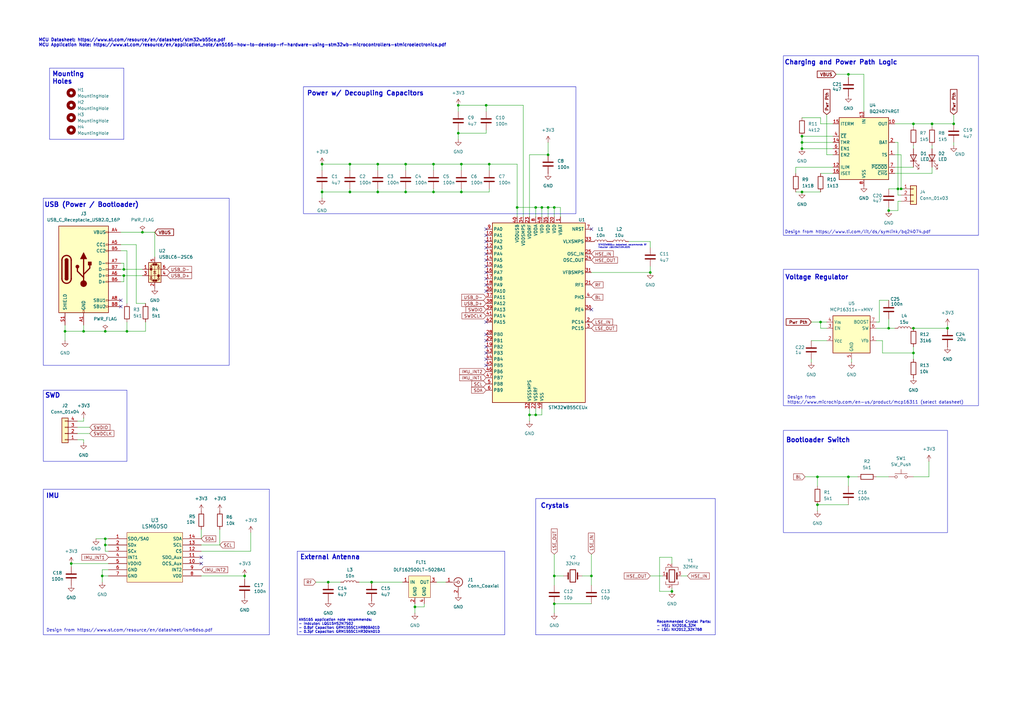
<source format=kicad_sch>
(kicad_sch (version 20231120) (generator "eeschema") (generator_version "8.0")
  (paper "A3")
  (title_block (title "STM32 Basic Breakout w/ RF") (date "2024-11-05") (rev "V0") (company "SL"))
  (junction (at 58.42 95.25))
  (junction (at 227.33 85.09))
  (junction (at 200.66 67.31))
  (junction (at 41.91 236.22))
  (junction (at 347.98 195.58))
  (junction (at 143.51 78.74))
  (junction (at 43.18 135.89))
  (junction (at 43.18 223.52))
  (junction (at 382.27 50.8))
  (junction (at 217.17 170.18))
  (junction (at 275.59 242.57))
  (junction (at 364.49 86.36))
  (junction (at 364.49 134.62))
  (junction (at 152.4 238.76))
  (junction (at 177.8 78.74))
  (junction (at 189.23 78.74))
  (junction (at 34.29 135.89))
  (junction (at 26.67 135.89))
  (junction (at 227.33 236.22))
  (junction (at 187.96 43.18))
  (junction (at 154.94 67.31))
  (junction (at 347.98 30.48))
  (junction (at 336.55 132.08))
  (junction (at 374.65 50.8))
  (junction (at 166.37 78.74))
  (junction (at 50.8 110.49))
  (junction (at 224.79 63.5))
  (junction (at 143.51 67.31))
  (junction (at 50.8 113.03))
  (junction (at 328.93 58.42))
  (junction (at 335.28 195.58))
  (junction (at 369.57 77.47))
  (junction (at 212.09 85.09))
  (junction (at 189.23 67.31))
  (junction (at 328.93 55.88))
  (junction (at 374.65 134.62))
  (junction (at 166.37 67.31))
  (junction (at 219.71 85.09))
  (junction (at 177.8 67.31))
  (junction (at 29.21 231.14))
  (junction (at 374.65 144.78))
  (junction (at 132.08 67.31))
  (junction (at 328.93 60.96))
  (junction (at 199.39 43.18))
  (junction (at 224.79 85.09))
  (junction (at 227.33 247.65))
  (junction (at 134.62 238.76))
  (junction (at 328.93 78.74))
  (junction (at 335.28 207.01))
  (junction (at 52.07 135.89))
  (junction (at 222.25 85.09))
  (junction (at 242.57 236.22))
  (junction (at 368.3 77.47))
  (junction (at 132.08 78.74))
  (junction (at 391.16 50.8))
  (junction (at 187.96 54.61))
  (junction (at 266.7 111.76))
  (junction (at 100.33 236.22))
  (junction (at 170.18 248.92))
  (junction (at 388.62 134.62))
  (junction (at 219.71 170.18))
  (junction (at 154.94 78.74))
  (junction (at 43.18 220.98))
  (no_connect (at 199.39 101.6))
  (no_connect (at 242.57 127))
  (no_connect (at 199.39 116.84))
  (no_connect (at 199.39 99.06))
  (no_connect (at 199.39 104.14))
  (no_connect (at 199.39 142.24))
  (no_connect (at 199.39 149.86))
  (no_connect (at 82.55 231.14))
  (no_connect (at 199.39 111.76))
  (no_connect (at 199.39 139.7))
  (no_connect (at 49.53 123.19))
  (no_connect (at 199.39 147.32))
  (no_connect (at 199.39 114.3))
  (no_connect (at 199.39 119.38))
  (no_connect (at 199.39 109.22))
  (no_connect (at 199.39 144.78))
  (no_connect (at 199.39 93.98))
  (no_connect (at 199.39 132.08))
  (no_connect (at 199.39 96.52))
  (no_connect (at 242.57 93.98))
  (no_connect (at 49.53 125.73))
  (no_connect (at 199.39 106.68))
  (no_connect (at 199.39 137.16))
  (no_connect (at 82.55 228.6))
  (wire (pts (xy 143.51 78.74) (xy 154.94 78.74)))
  (wire (pts (xy 82.55 226.06) (xy 102.87 226.06)))
  (wire (pts (xy 374.65 50.8) (xy 374.65 52.07)))
  (wire (pts (xy 63.5 95.25) (xy 63.5 105.41)))
  (wire (pts (xy 52.07 102.87) (xy 52.07 124.46)))
  (wire (pts (xy 152.4 238.76) (xy 165.1 238.76)))
  (wire (pts (xy 49.53 115.57) (xy 50.8 115.57)))
  (wire (pts (xy 177.8 67.31) (xy 189.23 67.31)))
  (wire (pts (xy 391.16 58.42) (xy 391.16 59.69)))
  (wire (pts (xy 50.8 110.49) (xy 58.42 110.49)))
  (wire (pts (xy 242.57 236.22) (xy 242.57 240.03)))
  (wire (pts (xy 359.41 139.7) (xy 361.95 139.7)))
  (wire (pts (xy 342.9 30.48) (xy 347.98 30.48)))
  (wire (pts (xy 44.45 226.06) (xy 43.18 226.06)))
  (wire (pts (xy 374.65 142.24) (xy 374.65 144.78)))
  (wire (pts (xy 328.93 58.42) (xy 328.93 60.96)))
  (wire (pts (xy 189.23 67.31) (xy 200.66 67.31)))
  (wire (pts (xy 328.93 60.96) (xy 341.63 60.96)))
  (wire (pts (xy 44.45 236.22) (xy 41.91 236.22)))
  (wire (pts (xy 270.51 228.6) (xy 270.51 242.57)))
  (wire (pts (xy 50.8 113.03) (xy 58.42 113.03)))
  (wire (pts (xy 187.96 53.34) (xy 187.96 54.61)))
  (wire (pts (xy 170.18 247.65) (xy 170.18 248.92)))
  (wire (pts (xy 100.33 236.22) (xy 100.33 237.49)))
  (wire (pts (xy 332.74 132.08) (xy 336.55 132.08)))
  (wire (pts (xy 199.39 43.18) (xy 214.63 43.18)))
  (wire (pts (xy 364.49 85.09) (xy 364.49 86.36)))
  (wire (pts (xy 217.17 88.9) (xy 217.17 63.5)))
  (wire (pts (xy 26.67 135.89) (xy 26.67 139.7)))
  (wire (pts (xy 49.53 113.03) (xy 50.8 113.03)))
  (wire (pts (xy 367.03 50.8) (xy 374.65 50.8)))
  (wire (pts (xy 368.3 58.42) (xy 368.3 77.47)))
  (wire (pts (xy 49.53 95.25) (xy 58.42 95.25)))
  (wire (pts (xy 222.25 85.09) (xy 222.25 88.9)))
  (wire (pts (xy 222.25 167.64) (xy 222.25 170.18)))
  (wire (pts (xy 26.67 133.35) (xy 26.67 135.89)))
  (wire (pts (xy 339.09 134.62) (xy 336.55 134.62)))
  (wire (pts (xy 347.98 30.48) (xy 347.98 31.75)))
  (wire (pts (xy 154.94 78.74) (xy 166.37 78.74)))
  (wire (pts (xy 59.69 135.89) (xy 59.69 132.08)))
  (wire (pts (xy 189.23 67.31) (xy 189.23 69.85)))
  (wire (pts (xy 335.28 195.58) (xy 347.98 195.58)))
  (wire (pts (xy 189.23 78.74) (xy 200.66 78.74)))
  (wire (pts (xy 266.7 101.6) (xy 266.7 99.06)))
  (wire (pts (xy 187.96 43.18) (xy 199.39 43.18)))
  (wire (pts (xy 58.42 95.25) (xy 63.5 95.25)))
  (wire (pts (xy 212.09 85.09) (xy 219.71 85.09)))
  (wire (pts (xy 143.51 67.31) (xy 154.94 67.31)))
  (wire (pts (xy 382.27 71.12) (xy 382.27 68.58)))
  (wire (pts (xy 50.8 115.57) (xy 50.8 113.03)))
  (wire (pts (xy 341.63 63.5) (xy 339.09 63.5)))
  (wire (pts (xy 166.37 77.47) (xy 166.37 78.74)))
  (wire (pts (xy 200.66 67.31) (xy 212.09 67.31)))
  (wire (pts (xy 132.08 78.74) (xy 132.08 81.28)))
  (wire (pts (xy 199.39 43.18) (xy 199.39 45.72)))
  (wire (pts (xy 326.39 68.58) (xy 341.63 68.58)))
  (wire (pts (xy 368.3 86.36) (xy 364.49 86.36)))
  (wire (pts (xy 339.09 46.99) (xy 339.09 63.5)))
  (wire (pts (xy 187.96 45.72) (xy 187.96 43.18)))
  (wire (pts (xy 374.65 134.62) (xy 388.62 134.62)))
  (wire (pts (xy 242.57 111.76) (xy 266.7 111.76)))
  (wire (pts (xy 227.33 85.09) (xy 224.79 85.09)))
  (wire (pts (xy 374.65 144.78) (xy 374.65 147.32)))
  (wire (pts (xy 238.76 236.22) (xy 242.57 236.22)))
  (wire (pts (xy 34.29 135.89) (xy 34.29 133.35)))
  (wire (pts (xy 374.65 195.58) (xy 381 195.58)))
  (wire (pts (xy 31.75 180.34) (xy 34.29 180.34)))
  (wire (pts (xy 132.08 78.74) (xy 143.51 78.74)))
  (wire (pts (xy 154.94 77.47) (xy 154.94 78.74)))
  (wire (pts (xy 335.28 209.55) (xy 335.28 207.01)))
  (wire (pts (xy 49.53 100.33) (xy 55.88 100.33)))
  (wire (pts (xy 227.33 85.09) (xy 227.33 88.9)))
  (wire (pts (xy 189.23 77.47) (xy 189.23 78.74)))
  (wire (pts (xy 177.8 67.31) (xy 177.8 69.85)))
  (wire (pts (xy 361.95 139.7) (xy 361.95 144.78)))
  (wire (pts (xy 368.3 80.01) (xy 369.57 80.01)))
  (wire (pts (xy 328.93 78.74) (xy 336.55 78.74)))
  (wire (pts (xy 224.79 85.09) (xy 222.25 85.09)))
  (wire (pts (xy 332.74 147.32) (xy 332.74 148.59)))
  (wire (pts (xy 154.94 67.31) (xy 154.94 69.85)))
  (wire (pts (xy 364.49 130.81) (xy 364.49 134.62)))
  (wire (pts (xy 360.68 123.19) (xy 360.68 132.08)))
  (wire (pts (xy 360.68 123.19) (xy 364.49 123.19)))
  (wire (pts (xy 200.66 78.74) (xy 200.66 77.47)))
  (wire (pts (xy 341.63 55.88) (xy 328.93 55.88)))
  (wire (pts (xy 134.62 238.76) (xy 139.7 238.76)))
  (wire (pts (xy 154.94 67.31) (xy 166.37 67.31)))
  (wire (pts (xy 43.18 223.52) (xy 43.18 220.98)))
  (wire (pts (xy 275.59 228.6) (xy 270.51 228.6)))
  (wire (pts (xy 361.95 144.78) (xy 374.65 144.78)))
  (wire (pts (xy 166.37 67.31) (xy 166.37 69.85)))
  (wire (pts (xy 326.39 78.74) (xy 328.93 78.74)))
  (wire (pts (xy 335.28 207.01) (xy 347.98 207.01)))
  (wire (pts (xy 166.37 67.31) (xy 177.8 67.31)))
  (wire (pts (xy 229.87 88.9) (xy 229.87 85.09)))
  (wire (pts (xy 49.53 107.95) (xy 50.8 107.95)))
  (wire (pts (xy 132.08 67.31) (xy 143.51 67.31)))
  (wire (pts (xy 143.51 67.31) (xy 143.51 69.85)))
  (wire (pts (xy 166.37 78.74) (xy 177.8 78.74)))
  (wire (pts (xy 217.17 167.64) (xy 217.17 170.18)))
  (wire (pts (xy 179.07 238.76) (xy 182.88 238.76)))
  (wire (pts (xy 34.29 135.89) (xy 43.18 135.89)))
  (wire (pts (xy 52.07 132.08) (xy 52.07 135.89)))
  (wire (pts (xy 222.25 85.09) (xy 219.71 85.09)))
  (wire (pts (xy 347.98 195.58) (xy 347.98 199.39)))
  (wire (pts (xy 219.71 167.64) (xy 219.71 170.18)))
  (wire (pts (xy 29.21 231.14) (xy 29.21 232.41)))
  (wire (pts (xy 349.25 147.32) (xy 349.25 148.59)))
  (wire (pts (xy 217.17 170.18) (xy 219.71 170.18)))
  (wire (pts (xy 82.55 236.22) (xy 100.33 236.22)))
  (wire (pts (xy 227.33 236.22) (xy 231.14 236.22)))
  (wire (pts (xy 200.66 67.31) (xy 200.66 69.85)))
  (wire (pts (xy 229.87 85.09) (xy 227.33 85.09)))
  (wire (pts (xy 29.21 231.14) (xy 44.45 231.14)))
  (wire (pts (xy 336.55 134.62) (xy 336.55 132.08)))
  (wire (pts (xy 82.55 217.17) (xy 82.55 220.98)))
  (wire (pts (xy 44.45 233.68) (xy 41.91 233.68)))
  (wire (pts (xy 43.18 226.06) (xy 43.18 223.52)))
  (wire (pts (xy 212.09 88.9) (xy 212.09 85.09)))
  (wire (pts (xy 364.49 77.47) (xy 368.3 77.47)))
  (wire (pts (xy 382.27 50.8) (xy 382.27 52.07)))
  (wire (pts (xy 44.45 223.52) (xy 43.18 223.52)))
  (wire (pts (xy 369.57 63.5) (xy 369.57 77.47)))
  (wire (pts (xy 39.37 220.98) (xy 43.18 220.98)))
  (wire (pts (xy 368.3 82.55) (xy 368.3 86.36)))
  (wire (pts (xy 354.33 45.72) (xy 354.33 30.48)))
  (wire (pts (xy 214.63 43.18) (xy 214.63 88.9)))
  (wire (pts (xy 43.18 135.89) (xy 52.07 135.89)))
  (wire (pts (xy 367.03 71.12) (xy 382.27 71.12)))
  (wire (pts (xy 328.93 48.26) (xy 336.55 48.26)))
  (wire (pts (xy 147.32 238.76) (xy 152.4 238.76)))
  (wire (pts (xy 330.2 195.58) (xy 335.28 195.58)))
  (wire (pts (xy 227.33 247.65) (xy 242.57 247.65)))
  (wire (pts (xy 281.94 236.22) (xy 279.4 236.22)))
  (wire (pts (xy 212.09 67.31) (xy 212.09 85.09)))
  (wire (pts (xy 368.3 82.55) (xy 369.57 82.55)))
  (wire (pts (xy 55.88 100.33) (xy 55.88 124.46)))
  (wire (pts (xy 224.79 58.42) (xy 224.79 63.5)))
  (wire (pts (xy 173.99 247.65) (xy 173.99 248.92)))
  (wire (pts (xy 270.51 242.57) (xy 275.59 242.57)))
  (wire (pts (xy 382.27 50.8) (xy 391.16 50.8)))
  (wire (pts (xy 219.71 85.09) (xy 219.71 88.9)))
  (wire (pts (xy 347.98 195.58) (xy 351.79 195.58)))
  (wire (pts (xy 227.33 236.22) (xy 227.33 240.03)))
  (wire (pts (xy 391.16 46.99) (xy 391.16 50.8)))
  (wire (pts (xy 219.71 170.18) (xy 222.25 170.18)))
  (wire (pts (xy 102.87 226.06) (xy 102.87 218.44)))
  (wire (pts (xy 370.84 77.47) (xy 369.57 77.47)))
  (wire (pts (xy 388.62 134.62) (xy 388.62 133.35)))
  (wire (pts (xy 374.65 59.69) (xy 374.65 60.96)))
  (wire (pts (xy 49.53 102.87) (xy 52.07 102.87)))
  (wire (pts (xy 266.7 236.22) (xy 271.78 236.22)))
  (wire (pts (xy 55.88 124.46) (xy 59.69 124.46)))
  (wire (pts (xy 82.55 223.52) (xy 90.17 223.52)))
  (wire (pts (xy 41.91 233.68) (xy 41.91 236.22)))
  (wire (pts (xy 368.3 77.47) (xy 368.3 80.01)))
  (wire (pts (xy 132.08 77.47) (xy 132.08 78.74)))
  (wire (pts (xy 34.29 180.34) (xy 34.29 181.61)))
  (wire (pts (xy 367.03 58.42) (xy 368.3 58.42)))
  (wire (pts (xy 187.96 54.61) (xy 187.96 57.15)))
  (wire (pts (xy 217.17 63.5) (xy 224.79 63.5)))
  (wire (pts (xy 199.39 53.34) (xy 199.39 54.61)))
  (wire (pts (xy 275.59 231.14) (xy 275.59 228.6)))
  (wire (pts (xy 31.75 177.8) (xy 36.83 177.8)))
  (wire (pts (xy 177.8 78.74) (xy 189.23 78.74)))
  (wire (pts (xy 52.07 135.89) (xy 59.69 135.89)))
  (wire (pts (xy 132.08 69.85) (xy 132.08 67.31)))
  (wire (pts (xy 336.55 71.12) (xy 341.63 71.12)))
  (wire (pts (xy 227.33 227.33) (xy 227.33 236.22)))
  (wire (pts (xy 43.18 220.98) (xy 44.45 220.98)))
  (wire (pts (xy 332.74 139.7) (xy 339.09 139.7)))
  (wire (pts (xy 257.81 99.06) (xy 266.7 99.06)))
  (wire (pts (xy 41.91 236.22) (xy 41.91 238.76)))
  (wire (pts (xy 90.17 223.52) (xy 90.17 217.17)))
  (wire (pts (xy 367.03 134.62) (xy 364.49 134.62)))
  (wire (pts (xy 187.96 54.61) (xy 199.39 54.61)))
  (wire (pts (xy 224.79 85.09) (xy 224.79 88.9)))
  (wire (pts (xy 173.99 248.92) (xy 170.18 248.92)))
  (wire (pts (xy 381 195.58) (xy 381 189.23)))
  (wire (pts (xy 170.18 248.92) (xy 170.18 251.46)))
  (wire (pts (xy 336.55 50.8) (xy 341.63 50.8)))
  (wire (pts (xy 31.75 172.72) (xy 34.29 172.72)))
  (wire (pts (xy 374.65 50.8) (xy 382.27 50.8)))
  (wire (pts (xy 382.27 59.69) (xy 382.27 60.96)))
  (wire (pts (xy 335.28 195.58) (xy 335.28 199.39)))
  (wire (pts (xy 336.55 132.08) (xy 339.09 132.08)))
  (wire (pts (xy 217.17 170.18) (xy 217.17 172.72)))
  (wire (pts (xy 275.59 241.3) (xy 275.59 242.57)))
  (wire (pts (xy 369.57 63.5) (xy 367.03 63.5)))
  (wire (pts (xy 26.67 135.89) (xy 34.29 135.89)))
  (wire (pts (xy 177.8 77.47) (xy 177.8 78.74)))
  (wire (pts (xy 227.33 247.65) (xy 227.33 251.46)))
  (wire (pts (xy 49.53 110.49) (xy 50.8 110.49)))
  (wire (pts (xy 266.7 109.22) (xy 266.7 111.76)))
  (wire (pts (xy 326.39 71.12) (xy 326.39 68.58)))
  (wire (pts (xy 143.51 77.47) (xy 143.51 78.74)))
  (wire (pts (xy 336.55 48.26) (xy 336.55 50.8)))
  (wire (pts (xy 242.57 227.33) (xy 242.57 236.22)))
  (wire (pts (xy 134.62 238.76) (xy 129.54 238.76)))
  (wire (pts (xy 341.63 58.42) (xy 328.93 58.42)))
  (wire (pts (xy 34.29 172.72) (xy 34.29 171.45)))
  (wire (pts (xy 360.68 132.08) (xy 359.41 132.08)))
  (wire (pts (xy 359.41 134.62) (xy 364.49 134.62)))
  (wire (pts (xy 328.93 55.88) (xy 328.93 58.42)))
  (wire (pts (xy 359.41 195.58) (xy 364.49 195.58)))
  (wire (pts (xy 31.75 175.26) (xy 36.83 175.26)))
  (wire (pts (xy 50.8 107.95) (xy 50.8 110.49)))
  (wire (pts (xy 367.03 68.58) (xy 374.65 68.58)))
  (wire (pts (xy 354.33 30.48) (xy 347.98 30.48)))
  (rectangle (start 341.63 184.15) (end 341.63 184.15))
  (rectangle (start 17.78 200.66) (end 110.49 260.35))
  (rectangle (start 121.92 226.06) (end 207.01 260.35))
  (rectangle (start 321.31 22.86) (end 401.32 96.52))
  (rectangle (start 124.46 35.56) (end 236.22 87.63))
  (rectangle (start 17.78 160.02) (end 52.07 189.23))
  (rectangle (start 17.78 81.28) (end 93.98 149.86))
  (rectangle (start 321.31 110.49) (end 401.32 166.37))
  (rectangle (start 20.32 27.94) (end 50.8 57.15))
  (rectangle (start 321.31 176.53) (end 388.62 218.44))
  (rectangle (start 219.71 204.47) (end 293.37 260.35))
  (text "Design from \nhttps://www.microchip.com/en-us/product/mcp16311 (select datasheet)" (at 322.834 164.084 0) (effects (font (size 1.27 1.27)) (justify left)))
  (text "Charging and Power Path Logic" (at 344.932 25.654 0) (effects (font (size 1.905 1.905) (bold yes))))
  (text "SWD" (at 21.59 162.306 0) (effects (font (size 1.905 1.905) (thickness 0.381) (bold yes))))
  (text "IMU" (at 21.59 203.454 0) (effects (font (size 1.905 1.905) (thickness 0.381) (bold yes))))
  (text "USB (Power / Bootloader)" (at 37.592 84.074 0) (effects (font (size 1.905 1.905) (thickness 0.381) (bold yes))))
  (text "Design from https://www.st.com/resource/en/datasheet/lsm6dso.pdf" (at 53.086 258.572 0) (effects (font (size 1.27 1.27))))
  (text "Mounting \nHoles" (at 21.336 32.004 0) (effects (font (size 1.905 1.905) (thickness 0.381) (bold yes)) (justify left)))
  (text "MCU Datasheet: https://www.st.com/resource/en/datasheet/stm32wb55ce.pdf\nMCU Application Note: https://www.st.com/resource/en/application_note/an5165-how-to-develop-rf-hardware-using-stm32wb-microcontrollers-stmicroelectronics.pdf\n" (at 15.748 17.526 0) (effects (font (size 1.27 1.27) (bold yes)) (justify left)))
  (text "Bootloader Switch" (at 335.534 180.594 0) (effects (font (size 1.905 1.905) (bold yes))))
  (text "Power w/ Decoupling Capacitors" (at 149.86 38.354 0) (effects (font (size 1.905 1.905) (thickness 0.381) (bold yes))))
  (text "Design from https://www.ti.com/lit/ds/symlink/bq24074.pdf" (at 351.79 95.25 0) (effects (font (size 1.27 1.27))))
  (text "STM32WB55xx datasheet recommends RF \ninductor LQG15WZ10NJ02D" (at 245.364 101.092 0) (effects (font (size 0.635 0.635) (bold yes)) (justify left)))
  (text "Voltage Regulator" (at 335.026 113.792 0) (effects (font (size 1.905 1.905) (bold yes))))
  (text "Recommended Crystal Parts:\n- HSE: NX2016_32M\n- LSE: NX2012_32K768" (at 269.24 256.794 0) (effects (font (size 1.016 1.016) (bold yes)) (justify left)))
  (text "External Antenna\n" (at 135.382 228.6 0) (effects (font (size 1.905 1.905) (bold yes))))
  (text "Crystals" (at 227.584 207.518 0) (effects (font (size 1.905 1.905) (bold yes))))
  (text "AN5165 application note recommends:\n- Indcutor: LQG15HS2N7S02\n- 0.8pf Capacitor: GRM1555C1HR80BA01D\n- 0.3pf Capacitor: GRM1555C1HR30WA01D" (at 122.428 256.794 0) (effects (font (size 1.016 1.016) (bold yes)) (justify left)))
  (global_label "LSE_IN" (shape input) (at 242.57 227.33 90) (property "Intersheetrefs" "${INTERSHEET_REFS}" (effects (hide yes))))
  (global_label "HSE_IN" (shape input) (at 242.57 104.14 0) (property "Intersheetrefs" "${INTERSHEET_REFS}" (effects (hide yes))))
  (global_label "USB_D-" (shape input) (at 68.58 110.49 0) (property "Intersheetrefs" "${INTERSHEET_REFS}" (effects (hide yes))))
  (global_label "IMU_INT1" (shape input) (at 199.39 154.94 180) (property "Intersheetrefs" "${INTERSHEET_REFS}" (effects (hide yes))))
  (global_label "LSE_OUT" (shape input) (at 227.33 227.33 90) (property "Intersheetrefs" "${INTERSHEET_REFS}" (effects (hide yes))))
  (global_label "HSE_IN" (shape input) (at 281.94 236.22 0) (property "Intersheetrefs" "${INTERSHEET_REFS}" (effects (hide yes))))
  (global_label "IMU_INT2" (shape input) (at 82.55 233.68 0) (property "Intersheetrefs" "${INTERSHEET_REFS}" (effects (hide yes))))
  (global_label "LSE_IN" (shape input) (at 242.57 132.08 0) (property "Intersheetrefs" "${INTERSHEET_REFS}" (effects (hide yes))))
  (global_label "Pwr Pth" (shape input) (at 332.74 132.08 180) (effects (font (bold yes))) (property "Intersheetrefs" "${INTERSHEET_REFS}" (effects (hide yes))))
  (global_label "BL" (shape input) (at 242.57 121.92 0) (property "Intersheetrefs" "${INTERSHEET_REFS}" (effects (hide yes))))
  (global_label "SDA" (shape input) (at 199.39 160.02 180) (property "Intersheetrefs" "${INTERSHEET_REFS}" (effects (hide yes))))
  (global_label "Pwr Pth" (shape input) (at 339.09 46.99 90) (effects (font (bold yes))) (property "Intersheetrefs" "${INTERSHEET_REFS}" (effects (hide yes))))
  (global_label "IMU_INT2" (shape input) (at 199.39 152.4 180) (property "Intersheetrefs" "${INTERSHEET_REFS}" (effects (hide yes))))
  (global_label "SWDCLK" (shape input) (at 36.83 177.8 0) (property "Intersheetrefs" "${INTERSHEET_REFS}" (effects (hide yes))))
  (global_label "SCL" (shape input) (at 199.39 157.48 180) (property "Intersheetrefs" "${INTERSHEET_REFS}" (effects (hide yes))))
  (global_label "VBUS" (shape input) (at 63.5 95.25 0) (effects (font (bold yes))) (property "Intersheetrefs" "${INTERSHEET_REFS}" (effects (hide yes))))
  (global_label "BL" (shape input) (at 330.2 195.58 180) (property "Intersheetrefs" "${INTERSHEET_REFS}" (effects (hide yes))))
  (global_label "RF" (shape input) (at 242.57 116.84 0) (property "Intersheetrefs" "${INTERSHEET_REFS}" (effects (hide yes))))
  (global_label "VBUS" (shape input) (at 342.9 30.48 180) (effects (font (bold yes))) (property "Intersheetrefs" "${INTERSHEET_REFS}" (effects (hide yes))))
  (global_label "LSE_OUT" (shape input) (at 242.57 134.62 0) (property "Intersheetrefs" "${INTERSHEET_REFS}" (effects (hide yes))))
  (global_label "USB_D+" (shape input) (at 199.39 124.46 180) (property "Intersheetrefs" "${INTERSHEET_REFS}" (effects (hide yes))))
  (global_label "SWDIO" (shape input) (at 199.39 127 180) (property "Intersheetrefs" "${INTERSHEET_REFS}" (effects (hide yes))))
  (global_label "SCL" (shape input) (at 90.17 223.52 0) (property "Intersheetrefs" "${INTERSHEET_REFS}" (effects (hide yes))))
  (global_label "Pwr Pth" (shape input) (at 391.16 46.99 90) (effects (font (bold yes))) (property "Intersheetrefs" "${INTERSHEET_REFS}" (effects (hide yes))))
  (global_label "SWDIO" (shape input) (at 36.83 175.26 0) (property "Intersheetrefs" "${INTERSHEET_REFS}" (effects (hide yes))))
  (global_label "USB_D-" (shape input) (at 199.39 121.92 180) (property "Intersheetrefs" "${INTERSHEET_REFS}" (effects (hide yes))))
  (global_label "HSE_OUT" (shape input) (at 242.57 106.68 0) (property "Intersheetrefs" "${INTERSHEET_REFS}" (effects (hide yes))))
  (global_label "IMU_INT1" (shape input) (at 44.45 228.6 180) (property "Intersheetrefs" "${INTERSHEET_REFS}" (effects (hide yes))))
  (global_label "HSE_OUT" (shape input) (at 266.7 236.22 180) (property "Intersheetrefs" "${INTERSHEET_REFS}" (effects (hide yes))))
  (global_label "RF" (shape input) (at 129.54 238.76 180) (property "Intersheetrefs" "${INTERSHEET_REFS}" (effects (hide yes))))
  (global_label "USB_D+" (shape input) (at 68.58 113.03 0) (property "Intersheetrefs" "${INTERSHEET_REFS}" (effects (hide yes))))
  (global_label "SDA" (shape input) (at 82.55 220.98 0) (property "Intersheetrefs" "${INTERSHEET_REFS}" (effects (hide yes))))
  (global_label "SWDCLK" (shape input) (at 199.39 129.54 180) (property "Intersheetrefs" "${INTERSHEET_REFS}" (effects (hide yes))))
  (symbol (lib_id "Device:C") (at 364.49 81.28 0) (unit 1)
    (property "Reference" "C20" (at 357.886 80.264 0) (effects (justify left)))
    (property "Value" "4u7" (at 357.886 82.296 0) (effects (justify left)))
    (property "Footprint" "Capacitor_SMD:C_0402_1005Metric" (effects (hide yes)))
    (property "Description" "Unpolarized capacitor" (effects (hide yes)))
  )
  (symbol (lib_id "Device:L") (at 143.51 238.76 90) (unit 1)
    (property "Reference" "L3" (at 143.51 233.68 90))
    (property "Value" "10n" (at 143.51 236.22 90))
    (property "Footprint" "Inductor_SMD:L_0402_1005Metric" (effects (hide yes)))
    (property "Description" "Inductor" (effects (hide yes)))
  )
  (symbol (lib_id "Device:Crystal_GND24") (at 275.59 236.22 0) (unit 1)
    (property "Reference" "Y1" (at 283.21 229.9014 0))
    (property "Value" "32MHz" (at 283.21 232.4414 0))
    (property "Footprint" "Crystal:Crystal_SMD_2016-4Pin_2.0x1.6mm" (effects (hide yes)))
    (property "Description" "Four pin crystal, GND on pins 2 and 4" (effects (hide yes)))
  )
  (symbol (lib_id "power:PWR_FLAG") (at 43.18 135.89 0) (unit 1)
    (property "Reference" "#FLG02" (effects (hide yes)))
    (property "Value" "PWR_FLAG" (at 43.18 130.81 0))
    (property "Description" "Special symbol for telling ERC where power comes from" (effects (hide yes)))
  )
  (symbol (lib_id "Regulator_Switching:MCP16311x-xMNY") (at 349.25 137.16 0) (unit 1)
    (property "Reference" "U5" (at 349.25 124.46 0))
    (property "Value" "MCP16311x-xMNY" (at 349.25 127 0))
    (property "Footprint" "Package_DFN_QFN:DFN-8-1EP_3x2mm_P0.5mm_EP1.75x1.45mm" (effects (hide yes)))
    (property "Datasheet" "https://ww1.microchip.com/downloads/en/DeviceDoc/MCP16311-Family-Data-Sheet-DS20005255C.pdf" (effects (hide yes)))
    (property "Description" "1A Output Voltage, 30V Input, integrated switch step-down regulator, PFM/PWM modulation, DFN-8" (effects (hide yes)))
  )
  (symbol (lib_id "power:GND") (at 134.62 246.38 0) (unit 1)
    (property "Reference" "#PWR011" (effects (hide yes)))
    (property "Value" "GND" (at 134.62 251.46 0))
    (property "Description" "Power symbol creates a global label with name \"GND\" , ground" (effects (hide yes)))
  )
  (symbol (lib_id "Device:C") (at 200.66 73.66 0) (unit 1)
    (property "Reference" "C7" (at 204.47 72.3899 0) (effects (justify left)))
    (property "Value" "100n" (at 204.47 74.9299 0) (effects (justify left)))
    (property "Footprint" "Capacitor_SMD:C_0402_1005Metric" (effects (hide yes)))
    (property "Description" "Unpolarized capacitor" (effects (hide yes)))
  )
  (symbol (lib_id "Switch:SW_Push") (at 369.57 195.58 0) (unit 1)
    (property "Reference" "SW1" (at 369.57 187.96 0))
    (property "Value" "SW_Push" (at 369.57 190.5 0))
    (property "Footprint" "Button_Switch_SMD:SW_SPST_CK_RS282G05A3" (effects (hide yes)))
    (property "Description" "Push button switch, generic, two pins" (effects (hide yes)))
  )
  (symbol (lib_id "Connector:Conn_Coaxial") (at 187.96 238.76 0) (unit 1)
    (property "Reference" "J1" (at 191.77 237.7831 0) (effects (justify left)))
    (property "Value" "Conn_Coaxial" (at 191.77 240.3231 0) (effects (justify left)))
    (property "Footprint" "Connector_Coaxial:U.FL_Hirose_U.FL-R-SMT-1_Vertical" (effects (hide yes)))
    (property "Description" "coaxial connector (BNC, SMA, SMB, SMC, Cinch/RCA, LEMO, ...)" (effects (hide yes)))
  )
  (symbol (lib_id "Device:R") (at 52.07 128.27 0) (unit 1)
    (property "Reference" "R3" (at 54.61 126.9999 0) (effects (justify left)))
    (property "Value" "5k1" (at 54.61 129.5399 0) (effects (justify left)))
    (property "Footprint" "Resistor_SMD:R_0402_1005Metric" (effects (hide yes)))
    (property "Description" "Resistor" (effects (hide yes)))
  )
  (symbol (lib_id "Device:C") (at 29.21 236.22 0) (unit 1)
    (property "Reference" "C18" (at 21.59 234.95 0) (effects (justify left)))
    (property "Value" "100n" (at 21.082 237.49 0) (effects (justify left)))
    (property "Footprint" "Capacitor_SMD:C_0402_1005Metric" (effects (hide yes)))
    (property "Description" "Unpolarized capacitor" (effects (hide yes)))
  )
  (symbol (lib_id "power:GND") (at 217.17 172.72 0) (unit 1)
    (property "Reference" "#PWR01" (effects (hide yes)))
    (property "Value" "GND" (at 217.17 177.8 0))
    (property "Description" "Power symbol creates a global label with name \"GND\" , ground" (effects (hide yes)))
  )
  (symbol (lib_id "Connector_Generic:Conn_01x04") (at 26.67 177.8 180) (unit 1)
    (property "Reference" "J2" (at 26.67 166.37 0))
    (property "Value" "Conn_01x04" (at 26.67 168.91 0))
    (property "Footprint" "Connector_PinHeader_2.54mm:PinHeader_1x04_P2.54mm_Vertical" (effects (hide yes)))
    (property "Description" "Generic connector, single row, 01x04, script generated (kicad-library-utils/schlib/autogen/connector/)" (effects (hide yes)))
  )
  (symbol (lib_id "Device:L") (at 246.38 99.06 90) (unit 1)
    (property "Reference" "L1" (at 246.38 93.98 90))
    (property "Value" "10n" (at 246.38 96.52 90))
    (property "Footprint" "Inductor_SMD:L_0402_1005Metric" (effects (hide yes)))
    (property "Description" "Inductor" (effects (hide yes)))
  )
  (symbol (lib_id "Device:C") (at 154.94 73.66 0) (unit 1)
    (property "Reference" "C3" (at 158.75 72.3899 0) (effects (justify left)))
    (property "Value" "100n" (at 158.75 74.9299 0) (effects (justify left)))
    (property "Footprint" "Capacitor_SMD:C_0402_1005Metric" (effects (hide yes)))
    (property "Description" "Unpolarized capacitor" (effects (hide yes)))
  )
  (symbol (lib_id "Mechanical:MountingHole") (at 29.21 53.34 0) (unit 1) (exclude_from_sim yes) (in_bom no)
    (property "Reference" "H4" (at 31.75 52.0699 0) (effects (justify left)))
    (property "Value" "MountingHole" (at 31.75 54.6099 0) (effects (justify left)))
    (property "Footprint" "MountingHole:MountingHole_2.1mm" (effects (hide yes)))
    (property "Description" "Mounting Hole without connection" (effects (hide yes)))
  )
  (symbol (lib_id "power:GND") (at 100.33 245.11 0) (unit 1)
    (property "Reference" "#PWR022" (effects (hide yes)))
    (property "Value" "GND" (at 100.33 250.19 0))
    (property "Description" "Power symbol creates a global label with name \"GND\" , ground" (effects (hide yes)))
  )
  (symbol (lib_id "Device:C") (at 134.62 242.57 0) (unit 1)
    (property "Reference" "C14" (at 138.43 241.2999 0) (effects (justify left)))
    (property "Value" "4u7" (at 138.43 243.8399 0) (effects (justify left)))
    (property "Footprint" "Capacitor_SMD:C_0402_1005Metric" (effects (hide yes)))
    (property "Description" "Unpolarized capacitor" (effects (hide yes)))
  )
  (symbol (lib_id "power:GND") (at 41.91 238.76 0) (unit 1)
    (property "Reference" "#PWR021" (effects (hide yes)))
    (property "Value" "GND" (at 41.91 243.84 0))
    (property "Description" "Power symbol creates a global label with name \"GND\" , ground" (effects (hide yes)))
  )
  (symbol (lib_id "Device:LED") (at 374.65 64.77 90) (unit 1)
    (property "Reference" "D1" (at 377.444 62.992 90) (effects (justify right)))
    (property "Value" "LED" (at 377.444 65.278 90) (effects (justify right)))
    (property "Footprint" "LED_SMD:LED_0402_1005Metric" (effects (hide yes)))
    (property "Description" "Light emitting diode" (effects (hide yes)))
  )
  (symbol (lib_id "Device:C") (at 199.39 49.53 0) (unit 1)
    (property "Reference" "C10" (at 203.2 48.2599 0) (effects (justify left)))
    (property "Value" "100n" (at 203.2 50.7999 0) (effects (justify left)))
    (property "Footprint" "Capacitor_SMD:C_0402_1005Metric" (effects (hide yes)))
    (property "Description" "Unpolarized capacitor" (effects (hide yes)))
  )
  (symbol (lib_id "Device:C") (at 100.33 241.3 0) (unit 1)
    (property "Reference" "C17" (at 104.14 240.0299 0) (effects (justify left)))
    (property "Value" "100n" (at 104.14 242.5699 0) (effects (justify left)))
    (property "Footprint" "Capacitor_SMD:C_0402_1005Metric" (effects (hide yes)))
    (property "Description" "Unpolarized capacitor" (effects (hide yes)))
  )
  (symbol (lib_id "power:GND") (at 335.28 209.55 0) (unit 1)
    (property "Reference" "#PWR015" (effects (hide yes)))
    (property "Value" "GND" (at 335.28 214.63 0))
    (property "Description" "Power symbol creates a global label with name \"GND\" , ground" (effects (hide yes)))
  )
  (symbol (lib_id "power:GND") (at 349.25 148.59 0) (unit 1)
    (property "Reference" "#PWR035" (effects (hide yes)))
    (property "Value" "GND" (at 349.25 153.67 0))
    (property "Description" "Power symbol creates a global label with name \"GND\" , ground" (effects (hide yes)))
  )
  (symbol (lib_id "Device:C") (at 364.49 127 180) (unit 1)
    (property "Reference" "C25" (at 369.062 122.682 0) (effects (justify left)))
    (property "Value" "100n" (at 370.332 124.714 0) (effects (justify left)))
    (property "Footprint" "Capacitor_SMD:C_0402_1005Metric" (effects (hide yes)))
    (property "Description" "Unpolarized capacitor" (effects (hide yes)))
  )
  (symbol (lib_id "Device:C") (at 143.51 73.66 0) (unit 1)
    (property "Reference" "C2" (at 147.32 72.3899 0) (effects (justify left)))
    (property "Value" "100n" (at 147.32 74.9299 0) (effects (justify left)))
    (property "Footprint" "Capacitor_SMD:C_0402_1005Metric" (effects (hide yes)))
    (property "Description" "Unpolarized capacitor" (effects (hide yes)))
  )
  (symbol (lib_id "power:GND") (at 187.96 57.15 0) (unit 1)
    (property "Reference" "#PWR07" (effects (hide yes)))
    (property "Value" "GND" (at 187.96 62.23 0))
    (property "Description" "Power symbol creates a global label with name \"GND\" , ground" (effects (hide yes)))
  )
  (symbol (lib_id "Device:Crystal") (at 234.95 236.22 0) (unit 1)
    (property "Reference" "Y2" (at 234.95 228.6 0))
    (property "Value" "32kHz" (at 234.95 231.14 0))
    (property "Footprint" "Crystal:Crystal_SMD_2012-2Pin_2.0x1.2mm" (effects (hide yes)))
    (property "Description" "Two pin crystal" (effects (hide yes)))
  )
  (symbol (lib_id "Device:C") (at 266.7 105.41 0) (unit 1)
    (property "Reference" "C11" (at 270.51 104.1399 0) (effects (justify left)))
    (property "Value" "4u7" (at 270.51 106.6799 0) (effects (justify left)))
    (property "Footprint" "Capacitor_SMD:C_0402_1005Metric" (effects (hide yes)))
    (property "Description" "Unpolarized capacitor" (effects (hide yes)))
  )
  (symbol (lib_id "MCU_ST_STM32WB:STM32WB55CEUx") (at 222.25 129.54 0) (mirror y) (unit 1)
    (property "Reference" "U1" (at 240.03 90.17 0) (effects (justify left)))
    (property "Value" "STM32WB55CEUx" (at 241.046 167.132 0) (effects (justify left)))
    (property "Footprint" "Package_DFN_QFN:QFN-48-1EP_7x7mm_P0.5mm_EP5.6x5.6mm" (effects (hide yes)))
    (property "Datasheet" "https://www.st.com/resource/en/datasheet/stm32wb55ce.pdf" (effects (hide yes)))
    (property "Description" "STMicroelectronics Arm Cortex-M4 MCU, 512KB flash, 256KB RAM, 64 MHz, 1.71-3.6V, 30 GPIO, UFQFPN48" (effects (hide yes)))
  )
  (symbol (lib_id "Device:R") (at 382.27 55.88 0) (unit 1)
    (property "Reference" "R8" (at 384.81 54.6099 0) (effects (justify left)))
    (property "Value" "1k5" (at 384.81 57.1499 0) (effects (justify left)))
    (property "Footprint" "Resistor_SMD:R_0402_1005Metric" (effects (hide yes)))
    (property "Description" "Resistor" (effects (hide yes)))
  )
  (symbol (lib_id "Device:R") (at 374.65 151.13 180) (unit 1)
    (property "Reference" "R13" (at 377.19 149.8599 0) (effects (justify right)))
    (property "Value" "10k" (at 377.19 152.3999 0) (effects (justify right)))
    (property "Footprint" "Resistor_SMD:R_0402_1005Metric" (effects (hide yes)))
    (property "Description" "Resistor" (effects (hide yes)))
  )
  (symbol (lib_id "Device:C") (at 242.57 243.84 0) (unit 1)
    (property "Reference" "C13" (at 246.38 242.5699 0) (effects (justify left)))
    (property "Value" "10p" (at 246.38 245.1099 0) (effects (justify left)))
    (property "Footprint" "Capacitor_SMD:C_0402_1005Metric" (effects (hide yes)))
    (property "Description" "Unpolarized capacitor" (effects (hide yes)))
  )
  (symbol (lib_id "power:+3V3") (at 224.79 58.42 0) (unit 1)
    (property "Reference" "#PWR04" (effects (hide yes)))
    (property "Value" "+3V3" (at 224.79 53.34 0))
    (property "Description" "Power symbol creates a global label with name \"+3V3\"" (effects (hide yes)))
  )
  (symbol (lib_id "Device:R") (at 90.17 213.36 0) (unit 1)
    (property "Reference" "R6" (at 92.71 212.0899 0) (effects (justify left)))
    (property "Value" "10k" (at 92.71 214.6299 0) (effects (justify left)))
    (property "Footprint" "Resistor_SMD:R_0402_1005Metric" (effects (hide yes)))
    (property "Description" "Resistor" (effects (hide yes)))
  )
  (symbol (lib_id "stm32wb_base:LSM6DSO") (at 52.07 238.76 0) (unit 1)
    (property "Reference" "U3" (at 63.5 213.36 0) (effects (font (size 1.524 1.524))))
    (property "Value" "LSM6DSO" (at 63.5 215.9 0) (effects (font (size 1.524 1.524))))
    (property "Footprint" "stm32wb_base:LSM6DSO" (effects (hide yes)))
  )
  (symbol (lib_id "Device:C") (at 388.62 138.43 0) (unit 1)
    (property "Reference" "C24" (at 391.922 137.16 0) (effects (justify left)))
    (property "Value" "20u" (at 392.43 139.192 0) (effects (justify left)))
    (property "Footprint" "Capacitor_SMD:C_0402_1005Metric" (effects (hide yes)))
    (property "Description" "Unpolarized capacitor" (effects (hide yes)))
  )
  (symbol (lib_id "power:GND") (at 391.16 59.69 0) (unit 1)
    (property "Reference" "#PWR031" (effects (hide yes)))
    (property "Value" "GND" (at 393.7 63.246 0))
    (property "Description" "Power symbol creates a global label with name \"GND\" , ground" (effects (hide yes)))
  )
  (symbol (lib_id "power:GND") (at 132.08 81.28 0) (unit 1)
    (property "Reference" "#PWR02" (effects (hide yes)))
    (property "Value" "GND" (at 132.08 86.36 0))
    (property "Description" "Power symbol creates a global label with name \"GND\" , ground" (effects (hide yes)))
  )
  (symbol (lib_id "power:+3V3") (at 388.62 133.35 0) (unit 1)
    (property "Reference" "#PWR040" (effects (hide yes)))
    (property "Value" "+3V3" (at 388.62 128.27 0))
    (property "Description" "Power symbol creates a global label with name \"+3V3\"" (effects (hide yes)))
  )
  (symbol (lib_id "Device:LED") (at 382.27 64.77 90) (unit 1)
    (property "Reference" "D2" (at 384.81 62.992 90) (effects (justify right)))
    (property "Value" "LED" (at 384.81 65.278 90) (effects (justify right)))
    (property "Footprint" "LED_SMD:LED_0402_1005Metric" (effects (hide yes)))
    (property "Description" "Light emitting diode" (effects (hide yes)))
  )
  (symbol (lib_id "Connector_Generic:Conn_01x03") (at 374.65 80.01 0) (unit 1)
    (property "Reference" "J4" (at 377.19 78.7399 0) (effects (justify left)))
    (property "Value" "Conn_01x03" (at 377.19 81.2799 0) (effects (justify left)))
    (property "Footprint" "Connector_JST:JST_PH_B3B-PH-K_1x03_P2.00mm_Vertical" (effects (hide yes)))
    (property "Description" "Generic connector, single row, 01x03, script generated (kicad-library-utils/schlib/autogen/connector/)" (effects (hide yes)))
  )
  (symbol (lib_id "power:GND") (at 187.96 243.84 0) (unit 1)
    (property "Reference" "#PWR014" (effects (hide yes)))
    (property "Value" "GND" (at 187.96 248.92 0))
    (property "Description" "Power symbol creates a global label with name \"GND\" , ground" (effects (hide yes)))
  )
  (symbol (lib_id "power:GND") (at 152.4 246.38 0) (unit 1)
    (property "Reference" "#PWR012" (effects (hide yes)))
    (property "Value" "GND" (at 152.4 251.46 0))
    (property "Description" "Power symbol creates a global label with name \"GND\" , ground" (effects (hide yes)))
  )
  (symbol (lib_id "power:+3V3") (at 187.96 43.18 0) (unit 1)
    (property "Reference" "#PWR018" (effects (hide yes)))
    (property "Value" "+3V3" (at 187.96 38.1 0))
    (property "Description" "Power symbol creates a global label with name \"+3V3\"" (effects (hide yes)))
  )
  (symbol (lib_id "Device:C") (at 189.23 73.66 0) (unit 1)
    (property "Reference" "C6" (at 193.04 72.3899 0) (effects (justify left)))
    (property "Value" "100n" (at 193.04 74.9299 0) (effects (justify left)))
    (property "Footprint" "Capacitor_SMD:C_0402_1005Metric" (effects (hide yes)))
    (property "Description" "Unpolarized capacitor" (effects (hide yes)))
  )
  (symbol (lib_id "Device:C") (at 332.74 143.51 0) (unit 1)
    (property "Reference" "C22" (at 326.136 142.494 0) (effects (justify left)))
    (property "Value" "1u" (at 326.136 144.526 0) (effects (justify left)))
    (property "Footprint" "Capacitor_SMD:C_0402_1005Metric" (effects (hide yes)))
    (property "Description" "Unpolarized capacitor" (effects (hide yes)))
  )
  (symbol (lib_id "power:GND") (at 170.18 251.46 0) (unit 1)
    (property "Reference" "#PWR013" (effects (hide yes)))
    (property "Value" "GND" (at 170.18 256.54 0))
    (property "Description" "Power symbol creates a global label with name \"GND\" , ground" (effects (hide yes)))
  )
  (symbol (lib_id "power:GND") (at 39.37 220.98 0) (unit 1)
    (property "Reference" "#PWR024" (effects (hide yes)))
    (property "Value" "GND" (at 39.37 225.044 0))
    (property "Description" "Power symbol creates a global label with name \"GND\" , ground" (effects (hide yes)))
  )
  (symbol (lib_id "Device:R") (at 335.28 203.2 0) (unit 1)
    (property "Reference" "R1" (at 337.82 201.9299 0) (effects (justify left)))
    (property "Value" "5k1" (at 337.82 204.4699 0) (effects (justify left)))
    (property "Footprint" "Resistor_SMD:R_0402_1005Metric" (effects (hide yes)))
    (property "Description" "Resistor" (effects (hide yes)))
  )
  (symbol (lib_id "power:+3V3") (at 29.21 231.14 0) (unit 1)
    (property "Reference" "#PWR025" (effects (hide yes)))
    (property "Value" "+3V3" (at 29.21 226.06 0))
    (property "Description" "Power symbol creates a global label with name \"+3V3\"" (effects (hide yes)))
  )
  (symbol (lib_id "Device:C") (at 347.98 35.56 0) (unit 1)
    (property "Reference" "C21" (at 341.376 34.544 0) (effects (justify left)))
    (property "Value" "4u7" (at 341.376 36.576 0) (effects (justify left)))
    (property "Footprint" "Capacitor_SMD:C_0402_1005Metric" (effects (hide yes)))
    (property "Description" "Unpolarized capacitor" (effects (hide yes)))
  )
  (symbol (lib_id "Device:L") (at 370.84 134.62 90) (unit 1)
    (property "Reference" "L4" (at 370.84 129.54 90))
    (property "Value" "15u" (at 370.84 132.08 90))
    (property "Footprint" "Inductor_SMD:L_0402_1005Metric" (effects (hide yes)))
    (property "Description" "Inductor" (effects (hide yes)))
  )
  (symbol (lib_id "power:PWR_FLAG") (at 58.42 95.25 0) (unit 1)
    (property "Reference" "#FLG01" (effects (hide yes)))
    (property "Value" "PWR_FLAG" (at 58.42 90.17 0))
    (property "Description" "Special symbol for telling ERC where power comes from" (effects (hide yes)))
  )
  (symbol (lib_id "Mechanical:MountingHole") (at 29.21 38.1 0) (unit 1) (exclude_from_sim yes) (in_bom no)
    (property "Reference" "H1" (at 31.75 36.8299 0) (effects (justify left)))
    (property "Value" "MountingHole" (at 31.75 39.3699 0) (effects (justify left)))
    (property "Footprint" "MountingHole:MountingHole_2.1mm" (effects (hide yes)))
    (property "Description" "Mounting Hole without connection" (effects (hide yes)))
  )
  (symbol (lib_id "power:GND") (at 227.33 251.46 0) (unit 1)
    (property "Reference" "#PWR09" (effects (hide yes)))
    (property "Value" "GND" (at 227.33 256.54 0))
    (property "Description" "Power symbol creates a global label with name \"GND\" , ground" (effects (hide yes)))
  )
  (symbol (lib_id "power:GND") (at 26.67 139.7 0) (unit 1)
    (property "Reference" "#PWR019" (effects (hide yes)))
    (property "Value" "GND" (at 26.67 144.78 0))
    (property "Description" "Power symbol creates a global label with name \"GND\" , ground" (effects (hide yes)))
  )
  (symbol (lib_id "Mechanical:MountingHole") (at 29.21 48.26 0) (unit 1) (exclude_from_sim yes) (in_bom no)
    (property "Reference" "H3" (at 31.75 46.9899 0) (effects (justify left)))
    (property "Value" "MountingHole" (at 31.75 49.5299 0) (effects (justify left)))
    (property "Footprint" "MountingHole:MountingHole_2.1mm" (effects (hide yes)))
    (property "Description" "Mounting Hole without connection" (effects (hide yes)))
  )
  (symbol (lib_id "Device:R") (at 59.69 128.27 0) (unit 1)
    (property "Reference" "R4" (at 62.23 126.9999 0) (effects (justify left)))
    (property "Value" "5k1" (at 62.23 129.5399 0) (effects (justify left)))
    (property "Footprint" "Resistor_SMD:R_0402_1005Metric" (effects (hide yes)))
    (property "Description" "Resistor" (effects (hide yes)))
  )
  (symbol (lib_id "Device:L") (at 254 99.06 90) (unit 1)
    (property "Reference" "L2" (at 254 93.98 90))
    (property "Value" "10u" (at 254 96.52 90))
    (property "Footprint" "Inductor_SMD:L_0805_2012Metric" (effects (hide yes)))
    (property "Description" "Inductor" (effects (hide yes)))
  )
  (symbol (lib_id "Device:C") (at 152.4 242.57 0) (unit 1)
    (property "Reference" "C15" (at 156.21 241.2999 0) (effects (justify left)))
    (property "Value" "4u7" (at 156.21 243.8399 0) (effects (justify left)))
    (property "Footprint" "Capacitor_SMD:C_0402_1005Metric" (effects (hide yes)))
    (property "Description" "Unpolarized capacitor" (effects (hide yes)))
  )
  (symbol (lib_id "Connector:USB_C_Receptacle_USB2.0_16P") (at 34.29 110.49 0) (unit 1)
    (property "Reference" "J3" (at 34.29 87.63 0))
    (property "Value" "USB_C_Receptacle_USB2.0_16P" (at 34.29 90.17 0))
    (property "Footprint" "Connector_USB:USB_C_Receptacle_GCT_USB4105-xx-A_16P_TopMnt_Horizontal" (effects (hide yes)))
    (property "Datasheet" "https://www.usb.org/sites/default/files/documents/usb_type-c.zip" (effects (hide yes)))
    (property "Description" "USB 2.0-only 16P Type-C Receptacle connector" (effects (hide yes)))
  )
  (symbol (lib_id "Device:C") (at 166.37 73.66 0) (unit 1)
    (property "Reference" "C4" (at 170.18 72.3899 0) (effects (justify left)))
    (property "Value" "100n" (at 170.18 74.9299 0) (effects (justify left)))
    (property "Footprint" "Capacitor_SMD:C_0402_1005Metric" (effects (hide yes)))
    (property "Description" "Unpolarized capacitor" (effects (hide yes)))
  )
  (symbol (lib_id "Mechanical:MountingHole") (at 29.21 43.18 0) (unit 1) (exclude_from_sim yes) (in_bom no)
    (property "Reference" "H2" (at 31.75 41.9099 0) (effects (justify left)))
    (property "Value" "MountingHole" (at 31.75 44.4499 0) (effects (justify left)))
    (property "Footprint" "MountingHole:MountingHole_2.1mm" (effects (hide yes)))
    (property "Description" "Mounting Hole without connection" (effects (hide yes)))
  )
  (symbol (lib_id "Device:R") (at 328.93 52.07 180) (unit 1)
    (property "Reference" "R11" (at 331.47 50.7999 0) (effects (justify right)))
    (property "Value" "4k12" (at 331.47 53.3399 0) (effects (justify right)))
    (property "Footprint" "Resistor_SMD:R_0402_1005Metric" (effects (hide yes)))
    (property "Description" "Resistor" (effects (hide yes)))
  )
  (symbol (lib_id "power:GND") (at 63.5 118.11 0) (unit 1)
    (property "Reference" "#PWR020" (effects (hide yes)))
    (property "Value" "GND" (at 63.5 123.19 0))
    (property "Description" "Power symbol creates a global label with name \"GND\" , ground" (effects (hide yes)))
  )
  (symbol (lib_id "Device:C") (at 224.79 67.31 0) (unit 1)
    (property "Reference" "C8" (at 228.6 66.0399 0) (effects (justify left)))
    (property "Value" "100n" (at 228.6 68.5799 0) (effects (justify left)))
    (property "Footprint" "Capacitor_SMD:C_0402_1005Metric" (effects (hide yes)))
    (property "Description" "Unpolarized capacitor" (effects (hide yes)))
  )
  (symbol (lib_id "power:GND") (at 29.21 240.03 0) (unit 1)
    (property "Reference" "#PWR026" (effects (hide yes)))
    (property "Value" "GND" (at 29.21 245.11 0))
    (property "Description" "Power symbol creates a global label with name \"GND\" , ground" (effects (hide yes)))
  )
  (symbol (lib_id "Device:C") (at 391.16 54.61 0) (unit 1)
    (property "Reference" "C19" (at 394.97 53.3399 0) (effects (justify left)))
    (property "Value" "4u7" (at 394.97 55.8799 0) (effects (justify left)))
    (property "Footprint" "Capacitor_SMD:C_0402_1005Metric" (effects (hide yes)))
    (property "Description" "Unpolarized capacitor" (effects (hide yes)))
  )
  (symbol (lib_id "Device:R") (at 355.6 195.58 90) (unit 1)
    (property "Reference" "R2" (at 355.6 189.23 90))
    (property "Value" "5k1" (at 355.6 191.77 90))
    (property "Footprint" "Resistor_SMD:R_0402_1005Metric" (effects (hide yes)))
    (property "Description" "Resistor" (effects (hide yes)))
  )
  (symbol (lib_id "power:+3V3") (at 34.29 171.45 0) (unit 1)
    (property "Reference" "#PWR06" (effects (hide yes)))
    (property "Value" "+3V3" (at 34.29 166.37 0))
    (property "Description" "Power symbol creates a global label with name \"+3V3\"" (effects (hide yes)))
  )
  (symbol (lib_id "power:GND") (at 34.29 181.61 0) (unit 1)
    (property "Reference" "#PWR017" (effects (hide yes)))
    (property "Value" "GND" (at 34.29 186.69 0))
    (property "Description" "Power symbol creates a global label with name \"GND\" , ground" (effects (hide yes)))
  )
  (symbol (lib_id "power:+3V3") (at 100.33 236.22 0) (unit 1)
    (property "Reference" "#PWR023" (effects (hide yes)))
    (property "Value" "+3V3" (at 100.33 231.14 0))
    (property "Description" "Power symbol creates a global label with name \"+3V3\"" (effects (hide yes)))
  )
  (symbol (lib_id "Device:R") (at 336.55 74.93 180) (unit 1)
    (property "Reference" "R10" (at 339.09 73.6599 0) (effects (justify right)))
    (property "Value" "1k13" (at 339.09 76.1999 0) (effects (justify right)))
    (property "Footprint" "Resistor_SMD:R_0402_1005Metric" (effects (hide yes)))
    (property "Description" "Resistor" (effects (hide yes)))
  )
  (symbol (lib_id "Power_Protection:USBLC6-2SC6") (at 63.5 110.49 0) (unit 1)
    (property "Reference" "U2" (at 65.1511 102.87 0) (effects (justify left)))
    (property "Value" "USBLC6-2SC6" (at 65.1511 105.41 0) (effects (justify left)))
    (property "Footprint" "Package_TO_SOT_SMD:SOT-23-6" (effects (hide yes)))
    (property "Datasheet" "https://www.st.com/resource/en/datasheet/usblc6-2.pdf" (effects (hide yes)))
    (property "Description" "Very low capacitance ESD protection diode, 2 data-line, SOT-23-6" (effects (hide yes)))
  )
  (symbol (lib_id "power:GND") (at 364.49 86.36 0) (unit 1)
    (property "Reference" "#PWR034" (effects (hide yes)))
    (property "Value" "GND" (at 364.49 91.44 0))
    (property "Description" "Power symbol creates a global label with name \"GND\" , ground" (effects (hide yes)))
  )
  (symbol (lib_id "power:+3V3") (at 82.55 209.55 0) (unit 1)
    (property "Reference" "#PWR028" (effects (hide yes)))
    (property "Value" "+3V3" (at 82.55 204.47 0))
    (property "Description" "Power symbol creates a global label with name \"+3V3\"" (effects (hide yes)))
  )
  (symbol (lib_id "power:GND") (at 328.93 60.96 0) (unit 1)
    (property "Reference" "#PWR030" (effects (hide yes)))
    (property "Value" "GND" (at 328.93 66.04 0))
    (property "Description" "Power symbol creates a global label with name \"GND\" , ground" (effects (hide yes)))
  )
  (symbol (lib_id "power:+3V3") (at 90.17 209.55 0) (unit 1)
    (property "Reference" "#PWR029" (effects (hide yes)))
    (property "Value" "+3V3" (at 90.17 204.47 0))
    (property "Description" "Power symbol creates a global label with name \"+3V3\"" (effects (hide yes)))
  )
  (symbol (lib_id "Device:R") (at 326.39 74.93 0) (unit 1)
    (property "Reference" "R9" (at 328.93 73.6599 0) (effects (justify left)))
    (property "Value" "1k18" (at 328.93 76.1999 0) (effects (justify left)))
    (property "Footprint" "Resistor_SMD:R_0402_1005Metric" (effects (hide yes)))
    (property "Description" "Resistor" (effects (hide yes)))
  )
  (symbol (lib_id "Battery_Management:BQ24074RGT") (at 354.33 60.96 0) (unit 1)
    (property "Reference" "U4" (at 356.5241 43.18 0) (effects (justify left)))
    (property "Value" "BQ24074RGT" (at 356.5241 45.72 0) (effects (justify left)))
    (property "Footprint" "Package_DFN_QFN:VQFN-16-1EP_3x3mm_P0.5mm_EP1.6x1.6mm" (effects (hide yes)))
    (property "Datasheet" "http://www.ti.com/lit/ds/symlink/bq24074.pdf" (effects (hide yes)))
    (property "Description" "USB-Friendly Li-Ion Battery Charger and Power-Path Management, VQFN-16" (effects (hide yes)))
  )
  (symbol (lib_id "power:GND") (at 275.59 242.57 0) (unit 1)
    (property "Reference" "#PWR010" (effects (hide yes)))
    (property "Value" "GND" (at 275.59 247.65 0))
    (property "Description" "Power symbol creates a global label with name \"GND\" , ground" (effects (hide yes)))
  )
  (symbol (lib_id "Device:C") (at 187.96 49.53 0) (unit 1)
    (property "Reference" "C9" (at 191.77 48.2599 0) (effects (justify left)))
    (property "Value" "4u7" (at 191.77 50.7999 0) (effects (justify left)))
    (property "Footprint" "Capacitor_SMD:C_0402_1005Metric" (effects (hide yes)))
    (property "Description" "Unpolarized capacitor" (effects (hide yes)))
  )
  (symbol (lib_id "Device:R") (at 82.55 213.36 0) (unit 1)
    (property "Reference" "R5" (at 77.47 211.836 0) (effects (justify left)))
    (property "Value" "10k" (at 76.454 214.122 0) (effects (justify left)))
    (property "Footprint" "Resistor_SMD:R_0402_1005Metric" (effects (hide yes)))
    (property "Description" "Resistor" (effects (hide yes)))
  )
  (symbol (lib_id "power:GND") (at 347.98 39.37 0) (unit 1)
    (property "Reference" "#PWR036" (effects (hide yes)))
    (property "Value" "GND" (at 347.98 44.45 0))
    (property "Description" "Power symbol creates a global label with name \"GND\" , ground" (effects (hide yes)))
  )
  (symbol (lib_id "power:+3V3") (at 381 189.23 0) (unit 1)
    (property "Reference" "#PWR016" (effects (hide yes)))
    (property "Value" "+3V3" (at 381 184.15 0))
    (property "Description" "Power symbol creates a global label with name \"+3V3\"" (effects (hide yes)))
  )
  (symbol (lib_id "power:GND") (at 328.93 78.74 0) (unit 1)
    (property "Reference" "#PWR033" (effects (hide yes)))
    (property "Value" "GND" (at 328.93 83.82 0))
    (property "Description" "Power symbol creates a global label with name \"GND\" , ground" (effects (hide yes)))
  )
  (symbol (lib_id "power:GND") (at 224.79 71.12 0) (unit 1)
    (property "Reference" "#PWR05" (effects (hide yes)))
    (property "Value" "GND" (at 224.79 76.2 0))
    (property "Description" "Power symbol creates a global label with name \"GND\" , ground" (effects (hide yes)))
  )
  (symbol (lib_id "Device:C") (at 347.98 203.2 0) (unit 1)
    (property "Reference" "C16" (at 351.79 201.9299 0) (effects (justify left)))
    (property "Value" "100n" (at 351.79 204.4699 0) (effects (justify left)))
    (property "Footprint" "Capacitor_SMD:C_0402_1005Metric" (effects (hide yes)))
    (property "Description" "Unpolarized capacitor" (effects (hide yes)))
  )
  (symbol (lib_id "Device:C") (at 177.8 73.66 0) (unit 1)
    (property "Reference" "C5" (at 181.61 72.3899 0) (effects (justify left)))
    (property "Value" "100n" (at 181.61 74.9299 0) (effects (justify left)))
    (property "Footprint" "Capacitor_SMD:C_0402_1005Metric" (effects (hide yes)))
    (property "Description" "Unpolarized capacitor" (effects (hide yes)))
  )
  (symbol (lib_id "Device:C") (at 132.08 73.66 0) (unit 1)
    (property "Reference" "C1" (at 135.89 72.3899 0) (effects (justify left)))
    (property "Value" "4u7" (at 135.89 74.9299 0) (effects (justify left)))
    (property "Footprint" "Capacitor_SMD:C_0402_1005Metric" (effects (hide yes)))
    (property "Description" "Unpolarized capacitor" (effects (hide yes)))
  )
  (symbol (lib_id "power:GND") (at 374.65 154.94 0) (unit 1)
    (property "Reference" "#PWR038" (effects (hide yes)))
    (property "Value" "GND" (at 374.65 160.02 0))
    (property "Description" "Power symbol creates a global label with name \"GND\" , ground" (effects (hide yes)))
  )
  (symbol (lib_id "power:+3V3") (at 132.08 67.31 0) (unit 1)
    (property "Reference" "#PWR03" (effects (hide yes)))
    (property "Value" "+3V3" (at 132.08 62.23 0))
    (property "Description" "Power symbol creates a global label with name \"+3V3\"" (effects (hide yes)))
  )
  (symbol (lib_id "Device:C") (at 227.33 243.84 0) (unit 1)
    (property "Reference" "C12" (at 231.14 242.5699 0) (effects (justify left)))
    (property "Value" "10p" (at 231.14 245.1099 0) (effects (justify left)))
    (property "Footprint" "Capacitor_SMD:C_0402_1005Metric" (effects (hide yes)))
    (property "Description" "Unpolarized capacitor" (effects (hide yes)))
  )
  (symbol (lib_id "power:GND") (at 354.33 76.2 0) (unit 1)
    (property "Reference" "#PWR037" (effects (hide yes)))
    (property "Value" "GND" (at 354.33 81.28 0))
    (property "Description" "Power symbol creates a global label with name \"GND\" , ground" (effects (hide yes)))
  )
  (symbol (lib_id "power:GND") (at 388.62 142.24 0) (unit 1)
    (property "Reference" "#PWR039" (effects (hide yes)))
    (property "Value" "GND" (at 388.62 147.32 0))
    (property "Description" "Power symbol creates a global label with name \"GND\" , ground" (effects (hide yes)))
  )
  (symbol (lib_id "Device:R") (at 374.65 55.88 0) (unit 1)
    (property "Reference" "R7" (at 377.19 54.6099 0) (effects (justify left)))
    (property "Value" "1k5" (at 377.19 57.1499 0) (effects (justify left)))
    (property "Footprint" "Resistor_SMD:R_0402_1005Metric" (effects (hide yes)))
    (property "Description" "Resistor" (effects (hide yes)))
  )
  (symbol (lib_id "power:+3V3") (at 102.87 218.44 0) (unit 1)
    (property "Reference" "#PWR027" (effects (hide yes)))
    (property "Value" "+3V3" (at 102.87 213.36 0))
    (property "Description" "Power symbol creates a global label with name \"+3V3\"" (effects (hide yes)))
  )
  (symbol (lib_id "power:GND") (at 332.74 148.59 0) (unit 1)
    (property "Reference" "#PWR032" (effects (hide yes)))
    (property "Value" "GND" (at 332.74 153.67 0))
    (property "Description" "Power symbol creates a global label with name \"GND\" , ground" (effects (hide yes)))
  )
  (symbol (lib_id "Device:R") (at 374.65 138.43 180) (unit 1)
    (property "Reference" "R12" (at 377.19 137.1599 0) (effects (justify right)))
    (property "Value" "31k6" (at 377.19 139.6999 0) (effects (justify right)))
    (property "Footprint" "Resistor_SMD:R_0402_1005Metric" (effects (hide yes)))
    (property "Description" "Resistor" (effects (hide yes)))
  )
  (symbol (lib_id "power:GND") (at 266.7 111.76 0) (unit 1)
    (property "Reference" "#PWR08" (effects (hide yes)))
    (property "Value" "GND" (at 266.7 116.84 0))
    (property "Description" "Power symbol creates a global label with name \"GND\" , ground" (effects (hide yes)))
  )
  (symbol (lib_id "stm32wb_base:DLF162500LT-5028A1") (at 167.64 245.11 0) (unit 1)
    (property "Reference" "FLT1" (at 172.72 230.632 0))
    (property "Value" "DLF162500LT-5028A1" (at 172.085 233.68 0))
    (property "Footprint" "stm32wb_base:DLF162500LT-5028A1" (effects (hide yes)))
    (property "Datasheet" "https://www.farnell.com/datasheets/3183644.pdf" (effects (hide yes)))
    (property "Description" "Low pass filter for RF component of STM32WB" (effects (hide yes)))
  )
)
</source>
